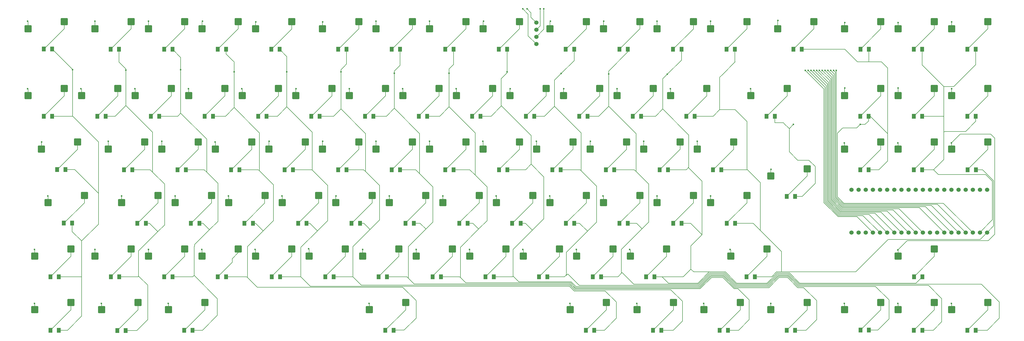
<source format=gbl>
G04 #@! TF.GenerationSoftware,KiCad,Pcbnew,8.0.6*
G04 #@! TF.CreationDate,2024-12-17T01:06:02+01:00*
G04 #@! TF.ProjectId,wxKeyboard,77784b65-7962-46f6-9172-642e6b696361,rev?*
G04 #@! TF.SameCoordinates,Original*
G04 #@! TF.FileFunction,Copper,L2,Bot*
G04 #@! TF.FilePolarity,Positive*
%FSLAX46Y46*%
G04 Gerber Fmt 4.6, Leading zero omitted, Abs format (unit mm)*
G04 Created by KiCad (PCBNEW 8.0.6) date 2024-12-17 01:06:02*
%MOMM*%
%LPD*%
G01*
G04 APERTURE LIST*
G04 Aperture macros list*
%AMRoundRect*
0 Rectangle with rounded corners*
0 $1 Rounding radius*
0 $2 $3 $4 $5 $6 $7 $8 $9 X,Y pos of 4 corners*
0 Add a 4 corners polygon primitive as box body*
4,1,4,$2,$3,$4,$5,$6,$7,$8,$9,$2,$3,0*
0 Add four circle primitives for the rounded corners*
1,1,$1+$1,$2,$3*
1,1,$1+$1,$4,$5*
1,1,$1+$1,$6,$7*
1,1,$1+$1,$8,$9*
0 Add four rect primitives between the rounded corners*
20,1,$1+$1,$2,$3,$4,$5,0*
20,1,$1+$1,$4,$5,$6,$7,0*
20,1,$1+$1,$6,$7,$8,$9,0*
20,1,$1+$1,$8,$9,$2,$3,0*%
G04 Aperture macros list end*
G04 #@! TA.AperFunction,SMDPad,CuDef*
%ADD10RoundRect,0.250000X-1.025000X-1.000000X1.025000X-1.000000X1.025000X1.000000X-1.025000X1.000000X0*%
G04 #@! TD*
G04 #@! TA.AperFunction,ComponentPad*
%ADD11C,1.524000*%
G04 #@! TD*
G04 #@! TA.AperFunction,SMDPad,CuDef*
%ADD12RoundRect,0.250001X0.462499X0.624999X-0.462499X0.624999X-0.462499X-0.624999X0.462499X-0.624999X0*%
G04 #@! TD*
G04 #@! TA.AperFunction,ViaPad*
%ADD13C,0.600000*%
G04 #@! TD*
G04 #@! TA.AperFunction,Conductor*
%ADD14C,0.200000*%
G04 #@! TD*
G04 APERTURE END LIST*
D10*
X419158750Y-423703750D03*
X432085750Y-421163750D03*
X507265000Y-366553750D03*
X520192000Y-364013750D03*
X373882500Y-404653750D03*
X386809500Y-402113750D03*
X469165000Y-323691250D03*
X482092000Y-321151250D03*
X364390000Y-385603750D03*
X377317000Y-383063750D03*
X283427500Y-323691250D03*
X296354500Y-321151250D03*
X421540000Y-323691250D03*
X434467000Y-321151250D03*
X507265000Y-323691250D03*
X520192000Y-321151250D03*
X402490000Y-385603750D03*
X415417000Y-383063750D03*
X185796250Y-385603750D03*
X198723250Y-383063750D03*
X259615000Y-404653750D03*
X272542000Y-402113750D03*
X259615000Y-323691250D03*
X272542000Y-321151250D03*
X278665000Y-404653750D03*
X291592000Y-402113750D03*
X221515000Y-404653750D03*
X234442000Y-402113750D03*
X235802500Y-347503750D03*
X248729500Y-344963750D03*
X288190000Y-385603750D03*
X301117000Y-383063750D03*
X445352500Y-323691250D03*
X458279500Y-321151250D03*
X321527500Y-323691250D03*
X334454500Y-321151250D03*
X228658750Y-423703750D03*
X241585750Y-421163750D03*
X340577500Y-323691250D03*
X353504500Y-321151250D03*
X371533750Y-423703750D03*
X384460750Y-421163750D03*
X340577500Y-366553750D03*
X353504500Y-364013750D03*
X202465000Y-404653750D03*
X215392000Y-402113750D03*
X488215000Y-323691250D03*
X501142000Y-321151250D03*
X283427500Y-366553750D03*
X296354500Y-364013750D03*
X264377500Y-366553750D03*
X277304500Y-364013750D03*
X211990000Y-385603750D03*
X224917000Y-383063750D03*
X178652500Y-323691250D03*
X191579500Y-321151250D03*
X383440000Y-323691250D03*
X396367000Y-321151250D03*
X202465000Y-323691250D03*
X215392000Y-321151250D03*
X326290000Y-385603750D03*
X339217000Y-383063750D03*
X312002500Y-347503750D03*
X324929500Y-344963750D03*
X354865000Y-404653750D03*
X367792000Y-402113750D03*
X488215000Y-423703750D03*
X501142000Y-421163750D03*
X181033750Y-404653750D03*
X193960750Y-402113750D03*
X240565000Y-323691250D03*
X253492000Y-321151250D03*
X302477500Y-366553750D03*
X315404500Y-364013750D03*
X302477500Y-323691250D03*
X315404500Y-321151250D03*
X331052500Y-347503750D03*
X343979500Y-344963750D03*
X397727500Y-366553750D03*
X410654500Y-364013750D03*
X240565000Y-404653750D03*
X253492000Y-402113750D03*
X226277500Y-366553750D03*
X239204500Y-364013750D03*
X254852500Y-347503750D03*
X267779500Y-344963750D03*
X183415000Y-366553750D03*
X196342000Y-364013750D03*
X435827500Y-347503750D03*
X448754500Y-344963750D03*
X181033750Y-423703750D03*
X193960750Y-421163750D03*
X442971250Y-376078750D03*
X455898250Y-373538750D03*
X292952500Y-347503750D03*
X305879500Y-344963750D03*
X469165000Y-347503750D03*
X482092000Y-344963750D03*
X316765000Y-404653750D03*
X329692000Y-402113750D03*
X245327500Y-366553750D03*
X258254500Y-364013750D03*
X407252500Y-347503750D03*
X420179500Y-344963750D03*
X273902500Y-347503750D03*
X286829500Y-344963750D03*
X204846250Y-423703750D03*
X217773250Y-421163750D03*
X507265000Y-347503750D03*
X520192000Y-344963750D03*
X369152500Y-347503750D03*
X382079500Y-344963750D03*
X216752500Y-347503750D03*
X229679500Y-344963750D03*
X383440000Y-385603750D03*
X396367000Y-383063750D03*
X442971250Y-423703750D03*
X455898250Y-421163750D03*
X428683750Y-404653750D03*
X441610750Y-402113750D03*
X488215000Y-404653750D03*
X501142000Y-402113750D03*
X335815000Y-404653750D03*
X348742000Y-402113750D03*
X421540000Y-385603750D03*
X434467000Y-383063750D03*
X469165000Y-366553750D03*
X482092000Y-364013750D03*
X488215000Y-366553750D03*
X501142000Y-364013750D03*
X359632500Y-366553750D03*
X372559500Y-364013750D03*
X307240000Y-385603750D03*
X320167000Y-383063750D03*
X392965000Y-404653750D03*
X405892000Y-402113750D03*
X250090000Y-385603750D03*
X263017000Y-383063750D03*
X300096250Y-423703750D03*
X313023250Y-421163750D03*
X345340000Y-385603750D03*
X358267000Y-383063750D03*
X269140000Y-385603750D03*
X282067000Y-383063750D03*
X469165000Y-423703750D03*
X482092000Y-421163750D03*
X416777500Y-366553750D03*
X429704500Y-364013750D03*
X402490000Y-323691250D03*
X415417000Y-321151250D03*
X321527500Y-366553750D03*
X334454500Y-364013750D03*
D11*
X359500000Y-321500000D03*
X359500000Y-324040000D03*
X359500000Y-326580000D03*
X359500000Y-329120000D03*
D10*
X197702500Y-347503750D03*
X210629500Y-344963750D03*
X178652500Y-347503750D03*
X191579500Y-344963750D03*
X207227500Y-366553750D03*
X220154500Y-364013750D03*
X221515000Y-323691250D03*
X234442000Y-321151250D03*
X378677500Y-366553750D03*
X391604500Y-364013750D03*
X388202500Y-347503750D03*
X401129500Y-344963750D03*
X488215000Y-347503750D03*
X501142000Y-344963750D03*
X297715000Y-404653750D03*
X310642000Y-402113750D03*
X364390000Y-323691250D03*
X377317000Y-321151250D03*
X507265000Y-423703750D03*
X520192000Y-421163750D03*
X395346250Y-423703750D03*
X408273250Y-421163750D03*
X350102500Y-347503750D03*
X363029500Y-344963750D03*
X231040000Y-385603750D03*
X243967000Y-383063750D03*
D12*
X239620000Y-392906250D03*
X236645000Y-392906250D03*
X230087500Y-330993750D03*
X227112500Y-330993750D03*
X249137500Y-411956250D03*
X246162500Y-411956250D03*
X387250000Y-373856250D03*
X384275000Y-373856250D03*
X430157500Y-330993750D03*
X427182500Y-330993750D03*
X320700000Y-354806250D03*
X317725000Y-354806250D03*
X515837500Y-431006250D03*
X512862500Y-431006250D03*
X401537500Y-411956250D03*
X398562500Y-411956250D03*
X187225000Y-354806250D03*
X184250000Y-354806250D03*
X380106250Y-431006250D03*
X377131250Y-431006250D03*
X368207500Y-373856250D03*
X365232500Y-373856250D03*
X213390000Y-431090000D03*
X210415000Y-431090000D03*
X415825000Y-354806250D03*
X412850000Y-354806250D03*
X496847500Y-411956250D03*
X493872500Y-411956250D03*
X237231250Y-431006250D03*
X234256250Y-431006250D03*
X325580000Y-411956250D03*
X322605000Y-411956250D03*
X230087500Y-411956250D03*
X227112500Y-411956250D03*
X211160000Y-411956250D03*
X208185000Y-411956250D03*
X477737500Y-373856250D03*
X474762500Y-373856250D03*
X496787500Y-330993750D03*
X493812500Y-330993750D03*
X268350000Y-411956250D03*
X265375000Y-411956250D03*
X189606250Y-411956250D03*
X186631250Y-411956250D03*
X330100000Y-330993750D03*
X327125000Y-330993750D03*
X277750000Y-392906250D03*
X274775000Y-392906250D03*
X330100000Y-373856250D03*
X327125000Y-373856250D03*
X373015000Y-392906250D03*
X370040000Y-392906250D03*
X315910000Y-392906250D03*
X312935000Y-392906250D03*
X515837500Y-330990000D03*
X512862500Y-330990000D03*
X335090000Y-392906250D03*
X332115000Y-392906250D03*
X211037500Y-330993750D03*
X208062500Y-330993750D03*
X268187500Y-330993750D03*
X265212500Y-330993750D03*
X477790000Y-431000000D03*
X474815000Y-431000000D03*
X403970000Y-431006250D03*
X400995000Y-431006250D03*
X496787500Y-373856250D03*
X493812500Y-373856250D03*
X306400000Y-411956250D03*
X303425000Y-411956250D03*
X244450000Y-354806250D03*
X241475000Y-354806250D03*
X194368750Y-392860000D03*
X191393750Y-392860000D03*
X353912500Y-392906250D03*
X350937500Y-392906250D03*
X515905000Y-373856250D03*
X512930000Y-373856250D03*
X344387500Y-411956250D03*
X341412500Y-411956250D03*
X215800000Y-373856250D03*
X212825000Y-373856250D03*
X258662500Y-392906250D03*
X255687500Y-392906250D03*
X272950000Y-373856250D03*
X269975000Y-373856250D03*
X496830000Y-431006250D03*
X493855000Y-431006250D03*
X287420000Y-411956250D03*
X284445000Y-411956250D03*
X430275000Y-392906250D03*
X427300000Y-392906250D03*
X349240000Y-373856250D03*
X346265000Y-373856250D03*
X189606250Y-431006250D03*
X186631250Y-431006250D03*
X392085000Y-330993750D03*
X389110000Y-330993750D03*
X225325000Y-354806250D03*
X222350000Y-354806250D03*
X406337500Y-373856250D03*
X403362500Y-373856250D03*
X308770000Y-431006250D03*
X305795000Y-431006250D03*
X411177500Y-392906250D03*
X408202500Y-392906250D03*
X296762500Y-392906250D03*
X293787500Y-392906250D03*
X311050000Y-330993750D03*
X308075000Y-330993750D03*
X515837500Y-354806250D03*
X512862500Y-354806250D03*
X311050000Y-373856250D03*
X308075000Y-373856250D03*
X282450000Y-354806250D03*
X279475000Y-354806250D03*
X392085000Y-392906250D03*
X389110000Y-392906250D03*
X292000000Y-330993750D03*
X289025000Y-330993750D03*
X363437500Y-411956250D03*
X360462500Y-411956250D03*
X358785000Y-354806250D03*
X355810000Y-354806250D03*
X396785000Y-354806250D03*
X393810000Y-354806250D03*
X377737500Y-354806250D03*
X374762500Y-354806250D03*
X339625000Y-354806250D03*
X336650000Y-354806250D03*
X427731250Y-431006250D03*
X424756250Y-431006250D03*
X477737500Y-354806250D03*
X474762500Y-354806250D03*
X382545000Y-411956250D03*
X379570000Y-411956250D03*
X292000000Y-373856250D03*
X289025000Y-373856250D03*
X220562500Y-392906250D03*
X217587500Y-392906250D03*
X453925000Y-330993750D03*
X450950000Y-330993750D03*
X206275000Y-354806250D03*
X203300000Y-354806250D03*
X425350000Y-373856250D03*
X422375000Y-373856250D03*
X444400000Y-354806250D03*
X441425000Y-354806250D03*
X249137500Y-330993750D03*
X246162500Y-330993750D03*
X187267500Y-330910000D03*
X184292500Y-330910000D03*
X411155000Y-330993750D03*
X408180000Y-330993750D03*
X191987500Y-373820000D03*
X189012500Y-373820000D03*
X253900000Y-373856250D03*
X250925000Y-373856250D03*
X349150000Y-330993750D03*
X346175000Y-330993750D03*
X477825000Y-330993750D03*
X474850000Y-330993750D03*
D11*
X519880000Y-396240000D03*
X517340000Y-396240000D03*
X514800000Y-396240000D03*
X512260000Y-396240000D03*
X509720000Y-396240000D03*
X507180000Y-396240000D03*
X504640000Y-396240000D03*
X502100000Y-396240000D03*
X499560000Y-396240000D03*
X497020000Y-396240000D03*
X494480000Y-396240000D03*
X491940000Y-396240000D03*
X489400000Y-396240000D03*
X486860000Y-396240000D03*
X484320000Y-396240000D03*
X481780000Y-396240000D03*
X479240000Y-396240000D03*
X476700000Y-396240000D03*
X474160000Y-396240000D03*
X471620000Y-396240000D03*
X519880000Y-381000000D03*
X517340000Y-381000000D03*
X514800000Y-381000000D03*
X512260000Y-381000000D03*
X509720000Y-381000000D03*
X507180000Y-381000000D03*
X504640000Y-381000000D03*
X502100000Y-381000000D03*
X499560000Y-381000000D03*
X497020000Y-381000000D03*
X494480000Y-381000000D03*
X491940000Y-381000000D03*
X489400000Y-381000000D03*
X486860000Y-381000000D03*
X484320000Y-381000000D03*
X481780000Y-381000000D03*
X479240000Y-381000000D03*
X476700000Y-381000000D03*
X474160000Y-381000000D03*
X471620000Y-381000000D03*
D12*
X451543750Y-383381250D03*
X448568750Y-383381250D03*
X301525000Y-354806250D03*
X298550000Y-354806250D03*
X372962500Y-330993750D03*
X369987500Y-330993750D03*
X451570000Y-431006250D03*
X448595000Y-431006250D03*
X234850000Y-373856250D03*
X231875000Y-373856250D03*
X496787500Y-354806250D03*
X493812500Y-354806250D03*
X437277500Y-411956250D03*
X434302500Y-411956250D03*
X263520000Y-354806250D03*
X260545000Y-354806250D03*
D13*
X194500000Y-338250000D03*
X466250000Y-338500000D03*
X465250000Y-338500000D03*
X213500000Y-338440000D03*
X233000000Y-338250000D03*
X464250000Y-338500000D03*
X252000000Y-339000000D03*
X463250000Y-338513952D03*
X462250000Y-338500000D03*
X270750000Y-339000000D03*
X290000000Y-339000000D03*
X461250000Y-338500002D03*
X460250000Y-338500000D03*
X309000000Y-339500000D03*
X328500000Y-339500000D03*
X459250002Y-338500000D03*
X458250000Y-338500000D03*
X349150000Y-339000000D03*
X368375000Y-339625000D03*
X457250000Y-338500000D03*
X456249998Y-338500000D03*
X385250000Y-339750000D03*
X406125000Y-339875000D03*
X455249998Y-338500000D03*
X474750000Y-357750000D03*
X451000000Y-357750000D03*
X507206250Y-364331250D03*
X507206250Y-421481250D03*
X469106250Y-421481250D03*
X395287500Y-421481250D03*
X488156250Y-402431250D03*
X469106250Y-364331250D03*
X300037500Y-421481250D03*
X228600000Y-421481250D03*
X204787500Y-421481250D03*
X419100000Y-421481250D03*
X442912500Y-421481250D03*
X488156250Y-421481250D03*
X488156250Y-364331250D03*
X180975000Y-421481250D03*
X371475000Y-421481250D03*
X297750000Y-402250000D03*
X335750000Y-402250000D03*
X316750000Y-402250000D03*
X488250000Y-321500000D03*
X202500000Y-402250000D03*
X278499998Y-402000000D03*
X373750000Y-402250000D03*
X469250000Y-321500000D03*
X428500000Y-402250000D03*
X392750000Y-402250000D03*
X259500000Y-402250000D03*
X181000000Y-402250000D03*
X221500000Y-402250000D03*
X240500000Y-402250000D03*
X354750000Y-402250000D03*
X402500000Y-383250000D03*
X345250000Y-383250000D03*
X307250000Y-383250000D03*
X212000000Y-383250000D03*
X326250000Y-383250000D03*
X288250000Y-383250000D03*
X364250000Y-383250000D03*
X421500000Y-383250000D03*
X443000000Y-373750000D03*
X269000000Y-383250000D03*
X250000000Y-383250000D03*
X231000000Y-383250000D03*
X383250000Y-383250000D03*
X185750000Y-383250000D03*
X183500000Y-364000000D03*
X488250000Y-344750000D03*
X469250000Y-344750000D03*
X245250000Y-364000000D03*
X359500000Y-363750000D03*
X283500000Y-363750000D03*
X264500000Y-363750000D03*
X207250000Y-363750000D03*
X340500000Y-363750000D03*
X302500000Y-363750000D03*
X378750000Y-363750000D03*
X397750000Y-363750000D03*
X321500000Y-363750000D03*
X416750000Y-363750000D03*
X226250000Y-363750000D03*
X197500000Y-345000000D03*
X235750000Y-345000000D03*
X293000000Y-345000000D03*
X388250000Y-345000000D03*
X331000000Y-345000000D03*
X274000000Y-345000000D03*
X369250000Y-345000000D03*
X312000000Y-345000000D03*
X350250000Y-345000000D03*
X407250000Y-345000000D03*
X178500000Y-345000000D03*
X216750000Y-345000000D03*
X254750000Y-345000000D03*
X507250000Y-345000000D03*
X435750000Y-345000000D03*
X178500000Y-321000000D03*
X383500000Y-321000000D03*
X340750000Y-321000000D03*
X421500000Y-321000000D03*
X402500000Y-321000000D03*
X283500000Y-321250000D03*
X259750000Y-321250000D03*
X507250000Y-321250000D03*
X321500000Y-321000000D03*
X364500000Y-321000000D03*
X221500000Y-321000000D03*
X445500000Y-320750000D03*
X240750000Y-321000000D03*
X302500000Y-321000000D03*
X202500000Y-321000000D03*
X354700000Y-316600000D03*
X362200000Y-316600000D03*
X360900000Y-316600000D03*
X356200000Y-316600000D03*
D14*
X349240000Y-373856250D02*
X355743750Y-373856250D01*
X355743750Y-373856250D02*
X357700000Y-371900000D01*
X358125000Y-395375000D02*
X362200000Y-391300000D01*
X362200000Y-391300000D02*
X362200000Y-376400000D01*
X357700000Y-371900000D02*
X357700000Y-361700000D01*
X362200000Y-376400000D02*
X357700000Y-371900000D01*
X357700000Y-361700000D02*
X347125000Y-351125000D01*
X194500000Y-354750000D02*
X194500000Y-338250000D01*
X197750000Y-399250000D02*
X203750000Y-393250000D01*
X466250000Y-383727454D02*
X468722546Y-386200000D01*
X194500000Y-338142500D02*
X194500000Y-338250000D01*
X197706250Y-411956250D02*
X197750000Y-412000000D01*
X194368750Y-392860000D02*
X194368750Y-395868750D01*
X192743750Y-431006250D02*
X197750000Y-426000000D01*
X502220000Y-386200000D02*
X512260000Y-396240000D01*
X197750000Y-412000000D02*
X197750000Y-399250000D01*
X203750000Y-393250000D02*
X203750000Y-382250000D01*
X194368750Y-395868750D02*
X197750000Y-399250000D01*
X203750000Y-364000000D02*
X194500000Y-354750000D01*
X203750000Y-382250000D02*
X203750000Y-364000000D01*
X187225000Y-354806250D02*
X194443750Y-354806250D01*
X194443750Y-354806250D02*
X194500000Y-354750000D01*
X466250000Y-338500000D02*
X466250000Y-383727454D01*
X189606250Y-431006250D02*
X192743750Y-431006250D01*
X187267500Y-330910000D02*
X194500000Y-338142500D01*
X195320000Y-373820000D02*
X203750000Y-382250000D01*
X468722546Y-386200000D02*
X502220000Y-386200000D01*
X189606250Y-411956250D02*
X197706250Y-411956250D01*
X197750000Y-426000000D02*
X197750000Y-412000000D01*
X191987500Y-373820000D02*
X195320000Y-373820000D01*
X193960750Y-421163750D02*
X193960750Y-423725152D01*
X193960750Y-423725152D02*
X186679652Y-431006250D01*
X186679652Y-431006250D02*
X186631250Y-431006250D01*
X186679652Y-411956250D02*
X186631250Y-411956250D01*
X193960750Y-404675152D02*
X186679652Y-411956250D01*
X193960750Y-402113750D02*
X193960750Y-404675152D01*
X191512588Y-392860000D02*
X191393750Y-392860000D01*
X198723250Y-383063750D02*
X198723250Y-385649338D01*
X198723250Y-385649338D02*
X191512588Y-392860000D01*
X196342000Y-366575152D02*
X189097152Y-373820000D01*
X189097152Y-373820000D02*
X189012500Y-373820000D01*
X196342000Y-364013750D02*
X196342000Y-366575152D01*
X191579500Y-347525152D02*
X184298402Y-354806250D01*
X191579500Y-344963750D02*
X191579500Y-347525152D01*
X184298402Y-354806250D02*
X184250000Y-354806250D01*
X191579500Y-323712652D02*
X184382152Y-330910000D01*
X184382152Y-330910000D02*
X184292500Y-330910000D01*
X191579500Y-321151250D02*
X191579500Y-323712652D01*
X217773250Y-423731750D02*
X210415000Y-431090000D01*
X217773250Y-421163750D02*
X217773250Y-423731750D01*
X224875000Y-395875000D02*
X218000000Y-402750000D01*
X465850000Y-339100000D02*
X465850000Y-383893140D01*
X206275000Y-354806250D02*
X209693750Y-354806250D01*
X223000000Y-360500000D02*
X223000000Y-374750000D01*
X227250000Y-393500000D02*
X224875000Y-395875000D01*
X221250000Y-427250000D02*
X217410000Y-431090000D01*
X223000000Y-374750000D02*
X227250000Y-379000000D01*
X220562500Y-392906250D02*
X221906250Y-392906250D01*
X211160000Y-411956250D02*
X217793750Y-411956250D01*
X221906250Y-392906250D02*
X224875000Y-395875000D01*
X222106250Y-373856250D02*
X223000000Y-374750000D01*
X218250000Y-412000000D02*
X221250000Y-415000000D01*
X213500000Y-338440000D02*
X213500000Y-351000000D01*
X217793750Y-411956250D02*
X218000000Y-411750000D01*
X211037500Y-333620000D02*
X211037500Y-333710000D01*
X465250000Y-338500000D02*
X465850000Y-339100000D01*
X227250000Y-379000000D02*
X227250000Y-393500000D01*
X217410000Y-431090000D02*
X213390000Y-431090000D01*
X213500000Y-338000000D02*
X213500000Y-338440000D01*
X211037500Y-334250000D02*
X211037500Y-335537500D01*
X211037500Y-333710000D02*
X211037500Y-334250000D01*
X468556860Y-386600000D02*
X500080000Y-386600000D01*
X213500000Y-351000000D02*
X223000000Y-360500000D01*
X218000000Y-411750000D02*
X218250000Y-412000000D01*
X209693750Y-354806250D02*
X213500000Y-351000000D01*
X221250000Y-415000000D02*
X221250000Y-427250000D01*
X211037500Y-330993750D02*
X211037500Y-333620000D01*
X211037500Y-335537500D02*
X213500000Y-338000000D01*
X215800000Y-373856250D02*
X222106250Y-373856250D01*
X218000000Y-402750000D02*
X218000000Y-411750000D01*
X465850000Y-383893140D02*
X468556860Y-386600000D01*
X500080000Y-386600000D02*
X509720000Y-396240000D01*
X215392000Y-402113750D02*
X215392000Y-404675152D01*
X208185000Y-411882152D02*
X208185000Y-411956250D01*
X215392000Y-404675152D02*
X208185000Y-411882152D01*
X224917000Y-385625152D02*
X217635902Y-392906250D01*
X217635902Y-392906250D02*
X217587500Y-392906250D01*
X224917000Y-383063750D02*
X224917000Y-385625152D01*
X220154500Y-364013750D02*
X220154500Y-366575152D01*
X212873402Y-373856250D02*
X212825000Y-373856250D01*
X220154500Y-366575152D02*
X212873402Y-373856250D01*
X210629500Y-344963750D02*
X210629500Y-347549338D01*
X210629500Y-347549338D02*
X203372588Y-354806250D01*
X203372588Y-354806250D02*
X203300000Y-354806250D01*
X215392000Y-321151250D02*
X215392000Y-323712652D01*
X208110902Y-330993750D02*
X208062500Y-330993750D01*
X215392000Y-323712652D02*
X208110902Y-330993750D01*
X234304652Y-431006250D02*
X234256250Y-431006250D01*
X241585750Y-423725152D02*
X234304652Y-431006250D01*
X241585750Y-421163750D02*
X241585750Y-423725152D01*
X233000000Y-335000000D02*
X233000000Y-334840000D01*
X237231250Y-431006250D02*
X240743750Y-431006250D01*
X237293750Y-411956250D02*
X237750000Y-411500000D01*
X246000000Y-425750000D02*
X246000000Y-419750000D01*
X233000000Y-334840000D02*
X233000000Y-334240000D01*
X230087500Y-411956250D02*
X237293750Y-411956250D01*
X225325000Y-354806250D02*
X231943750Y-354806250D01*
X497940000Y-387000000D02*
X507180000Y-396240000D01*
X233000000Y-353750000D02*
X233000000Y-338250000D01*
X465450000Y-384058826D02*
X468391174Y-387000000D01*
X237750000Y-411500000D02*
X237750000Y-401250000D01*
X468391174Y-387000000D02*
X497940000Y-387000000D01*
X465450000Y-339700000D02*
X465450000Y-384058826D01*
X239620000Y-392906250D02*
X240906250Y-392906250D01*
X233000000Y-338250000D02*
X233000000Y-335000000D01*
X233000000Y-333906250D02*
X230087500Y-330993750D01*
X238000000Y-401000000D02*
X238000000Y-400500000D01*
X238000000Y-400500000D02*
X243250000Y-395250000D01*
X233000000Y-334240000D02*
X233000000Y-333906250D01*
X240743750Y-431006250D02*
X246000000Y-425750000D01*
X246000000Y-419750000D02*
X237750000Y-411500000D01*
X231943750Y-354806250D02*
X233000000Y-353750000D01*
X464250000Y-338500000D02*
X465450000Y-339700000D01*
X240906250Y-392906250D02*
X243250000Y-395250000D01*
X237750000Y-401250000D02*
X238000000Y-401000000D01*
X227160902Y-411956250D02*
X227112500Y-411956250D01*
X234442000Y-404675152D02*
X227160902Y-411956250D01*
X234442000Y-402113750D02*
X234442000Y-404675152D01*
X236685902Y-392906250D02*
X236645000Y-392906250D01*
X243967000Y-385625152D02*
X236685902Y-392906250D01*
X243967000Y-383063750D02*
X243967000Y-385625152D01*
X239204500Y-366575152D02*
X231923402Y-373856250D01*
X239204500Y-364013750D02*
X239204500Y-366575152D01*
X231923402Y-373856250D02*
X231875000Y-373856250D01*
X222398402Y-354806250D02*
X222350000Y-354806250D01*
X229679500Y-347525152D02*
X222398402Y-354806250D01*
X229679500Y-344963750D02*
X229679500Y-347525152D01*
X234442000Y-323712652D02*
X227160902Y-330993750D01*
X227160902Y-330993750D02*
X227112500Y-330993750D01*
X234442000Y-321151250D02*
X234442000Y-323712652D01*
X465050000Y-340313952D02*
X465050000Y-384224512D01*
X312000000Y-415750000D02*
X316750000Y-420500000D01*
X252000000Y-335750000D02*
X252000000Y-339000000D01*
X252000000Y-335500000D02*
X252000000Y-335750000D01*
X259656250Y-392906250D02*
X262375000Y-395625000D01*
X260606250Y-373856250D02*
X261000000Y-374250000D01*
X251350000Y-334850000D02*
X252000000Y-335500000D01*
X463250000Y-338513952D02*
X465050000Y-340313952D01*
X309482499Y-431006250D02*
X308770000Y-431006250D01*
X309488749Y-431000000D02*
X309482499Y-431006250D01*
X256750000Y-401250000D02*
X256750000Y-412250000D01*
X316750000Y-426750000D02*
X312500000Y-431000000D01*
X266000000Y-392000000D02*
X262375000Y-395625000D01*
X266000000Y-379250000D02*
X266000000Y-392000000D01*
X258662500Y-392906250D02*
X259656250Y-392906250D01*
X312500000Y-431000000D02*
X309488749Y-431000000D01*
X249137500Y-330993750D02*
X249137500Y-332637500D01*
X244450000Y-354806250D02*
X248943750Y-354806250D01*
X468225488Y-387400000D02*
X495800000Y-387400000D01*
X249137500Y-411956250D02*
X256456250Y-411956250D01*
X260250000Y-415750000D02*
X312000000Y-415750000D01*
X261000000Y-360750000D02*
X261000000Y-374250000D01*
X465050000Y-384224512D02*
X468225488Y-387400000D01*
X316750000Y-420500000D02*
X316750000Y-426750000D01*
X256456250Y-411956250D02*
X256750000Y-412250000D01*
X252000000Y-339000000D02*
X252000000Y-351750000D01*
X261000000Y-374250000D02*
X266000000Y-379250000D01*
X253900000Y-373856250D02*
X260606250Y-373856250D01*
X262375000Y-395625000D02*
X256750000Y-401250000D01*
X249137500Y-332637500D02*
X251350000Y-334850000D01*
X248943750Y-354806250D02*
X252000000Y-351750000D01*
X252000000Y-351750000D02*
X261000000Y-360750000D01*
X495800000Y-387400000D02*
X504640000Y-396240000D01*
X256750000Y-412250000D02*
X260250000Y-415750000D01*
X305795000Y-430953402D02*
X305795000Y-431006250D01*
X313023250Y-423725152D02*
X305795000Y-430953402D01*
X313023250Y-421163750D02*
X313023250Y-423725152D01*
X246210902Y-411956250D02*
X246162500Y-411956250D01*
X251323701Y-406843451D02*
X246210902Y-411956250D01*
X251323701Y-405532049D02*
X251323701Y-406843451D01*
X253492000Y-403363750D02*
X251323701Y-405532049D01*
X253492000Y-402113750D02*
X253492000Y-403363750D01*
X262850000Y-385792152D02*
X255735902Y-392906250D01*
X262850000Y-383230750D02*
X262850000Y-385792152D01*
X263017000Y-383063750D02*
X262850000Y-383230750D01*
X255735902Y-392906250D02*
X255687500Y-392906250D01*
X258254500Y-364013750D02*
X258254500Y-366575152D01*
X258254500Y-366575152D02*
X250973402Y-373856250D01*
X250973402Y-373856250D02*
X250925000Y-373856250D01*
X241475000Y-354779652D02*
X241475000Y-354806250D01*
X248729500Y-347525152D02*
X241475000Y-354779652D01*
X248729500Y-344963750D02*
X248729500Y-347525152D01*
X253492000Y-321151250D02*
X253492000Y-323712652D01*
X253492000Y-323712652D02*
X246210902Y-330993750D01*
X246210902Y-330993750D02*
X246162500Y-330993750D01*
X275750000Y-401500000D02*
X281625000Y-395625000D01*
X388000000Y-421000000D02*
X384050000Y-417050000D01*
X275706250Y-411956250D02*
X275750000Y-412000000D01*
X279100000Y-415350000D02*
X275750000Y-412000000D01*
X267443750Y-354806250D02*
X270750000Y-351500000D01*
X275750000Y-412000000D02*
X275750000Y-401500000D01*
X270750000Y-335450000D02*
X270750000Y-333556250D01*
X464650000Y-384390198D02*
X468059802Y-387800000D01*
X468059802Y-387800000D02*
X488580000Y-387800000D01*
X277750000Y-392906250D02*
X278906250Y-392906250D01*
X285250000Y-392000000D02*
X285250000Y-379500000D01*
X268350000Y-411956250D02*
X275706250Y-411956250D01*
X464650000Y-340900000D02*
X464650000Y-384390198D01*
X279750000Y-374000000D02*
X279750000Y-360500000D01*
X270750000Y-333556250D02*
X268187500Y-330993750D01*
X388000000Y-426750000D02*
X388000000Y-421000000D01*
X270750000Y-351500000D02*
X270750000Y-339000000D01*
X270750000Y-339000000D02*
X270750000Y-336500000D01*
X272950000Y-373856250D02*
X279606250Y-373856250D01*
X372971570Y-417050000D02*
X371271570Y-415350000D01*
X371271570Y-415350000D02*
X279100000Y-415350000D01*
X488580000Y-387800000D02*
X497020000Y-396240000D01*
X270750000Y-336500000D02*
X270750000Y-335450000D01*
X279606250Y-373856250D02*
X279750000Y-374000000D01*
X462250000Y-338500000D02*
X464650000Y-340900000D01*
X383743750Y-431006250D02*
X388000000Y-426750000D01*
X380106250Y-431006250D02*
X383743750Y-431006250D01*
X281625000Y-395625000D02*
X285250000Y-392000000D01*
X384050000Y-417050000D02*
X372971570Y-417050000D01*
X278906250Y-392906250D02*
X281625000Y-395625000D01*
X285250000Y-379500000D02*
X279750000Y-374000000D01*
X279750000Y-360500000D02*
X270750000Y-351500000D01*
X263520000Y-354806250D02*
X267443750Y-354806250D01*
X384460750Y-421163750D02*
X384460750Y-423725152D01*
X377179652Y-431006250D02*
X377131250Y-431006250D01*
X384460750Y-423725152D02*
X377179652Y-431006250D01*
X265375000Y-411842152D02*
X265375000Y-411956250D01*
X272542000Y-402113750D02*
X272542000Y-404675152D01*
X272542000Y-404675152D02*
X265375000Y-411842152D01*
X282067000Y-385649338D02*
X274810088Y-392906250D01*
X274810088Y-392906250D02*
X274775000Y-392906250D01*
X282067000Y-383063750D02*
X282067000Y-385649338D01*
X277304500Y-364013750D02*
X277304500Y-366575152D01*
X277304500Y-366575152D02*
X270023402Y-373856250D01*
X270023402Y-373856250D02*
X269975000Y-373856250D01*
X260545000Y-354759652D02*
X260545000Y-354806250D01*
X267779500Y-344963750D02*
X267779500Y-347525152D01*
X267779500Y-347525152D02*
X260545000Y-354759652D01*
X265285088Y-330993750D02*
X265212500Y-330993750D01*
X272542000Y-323736838D02*
X265285088Y-330993750D01*
X272542000Y-321151250D02*
X272542000Y-323736838D01*
X408273250Y-421163750D02*
X408273250Y-423728000D01*
X408273250Y-423728000D02*
X400995000Y-431006250D01*
X467894116Y-388200000D02*
X486440000Y-388200000D01*
X303750000Y-391750000D02*
X303750000Y-379500000D01*
X298750000Y-374500000D02*
X298750000Y-361000000D01*
X297200000Y-414950000D02*
X294250000Y-412000000D01*
X464250000Y-341500002D02*
X464250000Y-384555884D01*
X298156250Y-392906250D02*
X300375000Y-395125000D01*
X298106250Y-373856250D02*
X298750000Y-374500000D01*
X300375000Y-395125000D02*
X303750000Y-391750000D01*
X287443750Y-354806250D02*
X290000000Y-352250000D01*
X292000000Y-373856250D02*
X298106250Y-373856250D01*
X408243750Y-431006250D02*
X411500000Y-427750000D01*
X371437256Y-414950000D02*
X297200000Y-414950000D01*
X411500000Y-420750000D02*
X407400000Y-416650000D01*
X287420000Y-411956250D02*
X294206250Y-411956250D01*
X292000000Y-336050000D02*
X292000000Y-330993750D01*
X461250000Y-338500002D02*
X464250000Y-341500002D01*
X373137256Y-416650000D02*
X371437256Y-414950000D01*
X298750000Y-361000000D02*
X290000000Y-352250000D01*
X403970000Y-431006250D02*
X408243750Y-431006250D01*
X464250000Y-384555884D02*
X467894116Y-388200000D01*
X290000000Y-339000000D02*
X290000000Y-338250000D01*
X294250000Y-412000000D02*
X294250000Y-401250000D01*
X303750000Y-379500000D02*
X298750000Y-374500000D01*
X282450000Y-354806250D02*
X287443750Y-354806250D01*
X411500000Y-427750000D02*
X411500000Y-420750000D01*
X290000000Y-338250000D02*
X291125000Y-337125000D01*
X294250000Y-401250000D02*
X300375000Y-395125000D01*
X290000000Y-352250000D02*
X290000000Y-339000000D01*
X296762500Y-392906250D02*
X298156250Y-392906250D01*
X461250000Y-338500002D02*
X461250000Y-338578430D01*
X294206250Y-411956250D02*
X294250000Y-412000000D01*
X407400000Y-416650000D02*
X373137256Y-416650000D01*
X486440000Y-388200000D02*
X494480000Y-396240000D01*
X292000000Y-336250000D02*
X292000000Y-336050000D01*
X291125000Y-337125000D02*
X292000000Y-336250000D01*
X291592000Y-404675152D02*
X284445000Y-411822152D01*
X284445000Y-411822152D02*
X284445000Y-411956250D01*
X291592000Y-402113750D02*
X291592000Y-404675152D01*
X301117000Y-383063750D02*
X301117000Y-385625152D01*
X293835902Y-392906250D02*
X293787500Y-392906250D01*
X301117000Y-385625152D02*
X293835902Y-392906250D01*
X289073402Y-373856250D02*
X289025000Y-373856250D01*
X296354500Y-364013750D02*
X296354500Y-366575152D01*
X296354500Y-366575152D02*
X289073402Y-373856250D01*
X279548402Y-354806250D02*
X279475000Y-354806250D01*
X286829500Y-347525152D02*
X279548402Y-354806250D01*
X286829500Y-344963750D02*
X286829500Y-347525152D01*
X296354500Y-323712652D02*
X289073402Y-330993750D01*
X289073402Y-330993750D02*
X289025000Y-330993750D01*
X296354500Y-321151250D02*
X296354500Y-323712652D01*
X463850000Y-384721570D02*
X467728430Y-388600000D01*
X309000000Y-338750000D02*
X309000000Y-339500000D01*
X311050000Y-336700000D02*
X309000000Y-338750000D01*
X373302942Y-416250000D02*
X417828430Y-416250000D01*
X301525000Y-354806250D02*
X306193750Y-354806250D01*
X371602942Y-414550000D02*
X373302942Y-416250000D01*
X463850000Y-342100000D02*
X463850000Y-384721570D01*
X318000000Y-361000000D02*
X318000000Y-375250000D01*
X306193750Y-354806250D02*
X309000000Y-352000000D01*
X421828430Y-412250000D02*
X425921571Y-412250000D01*
X417828430Y-416250000D02*
X421828430Y-412250000D01*
X306400000Y-411956250D02*
X313456250Y-411956250D01*
X316606250Y-373856250D02*
X318000000Y-375250000D01*
X314000000Y-401250000D02*
X314000000Y-412500000D01*
X429921571Y-416250000D02*
X431250000Y-416250000D01*
X322750000Y-380000000D02*
X322750000Y-392500000D01*
X467728430Y-388600000D02*
X484300000Y-388600000D01*
X318156250Y-392906250D02*
X320250000Y-395000000D01*
X484300000Y-388600000D02*
X491940000Y-396240000D01*
X431250000Y-416250000D02*
X435250000Y-420250000D01*
X309000000Y-352000000D02*
X318000000Y-361000000D01*
X435250000Y-420250000D02*
X435250000Y-427250000D01*
X316050000Y-414550000D02*
X371602942Y-414550000D01*
X309000000Y-339500000D02*
X309000000Y-352000000D01*
X315910000Y-392906250D02*
X318156250Y-392906250D01*
X435250000Y-427250000D02*
X431493750Y-431006250D01*
X431493750Y-431006250D02*
X427731250Y-431006250D01*
X320250000Y-395000000D02*
X314000000Y-401250000D01*
X425921571Y-412250000D02*
X429921571Y-416250000D01*
X311050000Y-336650000D02*
X311050000Y-336700000D01*
X311050000Y-330993750D02*
X311050000Y-336650000D01*
X311050000Y-373856250D02*
X316606250Y-373856250D01*
X460250000Y-338500000D02*
X463850000Y-342100000D01*
X322750000Y-392500000D02*
X320250000Y-395000000D01*
X318000000Y-375250000D02*
X322750000Y-380000000D01*
X313456250Y-411956250D02*
X314000000Y-412500000D01*
X314000000Y-412500000D02*
X316050000Y-414550000D01*
X432085750Y-423725152D02*
X424804652Y-431006250D01*
X432085750Y-421163750D02*
X432085750Y-423725152D01*
X424804652Y-431006250D02*
X424756250Y-431006250D01*
X310642000Y-404675152D02*
X303425000Y-411892152D01*
X303425000Y-411892152D02*
X303425000Y-411956250D01*
X310642000Y-402113750D02*
X310642000Y-404675152D01*
X312935000Y-392857152D02*
X312935000Y-392906250D01*
X320167000Y-383063750D02*
X320167000Y-385625152D01*
X320167000Y-385625152D02*
X312935000Y-392857152D01*
X308123402Y-373856250D02*
X308075000Y-373856250D01*
X315404500Y-364013750D02*
X315404500Y-366575152D01*
X315404500Y-366575152D02*
X308123402Y-373856250D01*
X305879500Y-344963750D02*
X305879500Y-347525152D01*
X298598402Y-354806250D02*
X298550000Y-354806250D01*
X305879500Y-347525152D02*
X298598402Y-354806250D01*
X308123402Y-330993750D02*
X308075000Y-330993750D01*
X315404500Y-323712652D02*
X308123402Y-330993750D01*
X315404500Y-321151250D02*
X315404500Y-323712652D01*
X426087257Y-411850000D02*
X430087257Y-415850000D01*
X442228430Y-415850000D02*
X445828430Y-412250000D01*
X330100000Y-330993750D02*
X330100000Y-336400000D01*
X482160000Y-389000000D02*
X489400000Y-396240000D01*
X332206250Y-411956250D02*
X332500000Y-412250000D01*
X430087257Y-415850000D02*
X442228430Y-415850000D01*
X373468628Y-415850000D02*
X417662744Y-415850000D01*
X320700000Y-354806250D02*
X325193750Y-354806250D01*
X459250000Y-420500000D02*
X459250000Y-427250000D01*
X463450000Y-342699998D02*
X463450000Y-384887256D01*
X448921570Y-412250000D02*
X452521570Y-415850000D01*
X459250002Y-338500000D02*
X463450000Y-342699998D01*
X332500000Y-401500000D02*
X332500000Y-412250000D01*
X454600000Y-415850000D02*
X459250000Y-420500000D01*
X452521570Y-415850000D02*
X454600000Y-415850000D01*
X325193750Y-354806250D02*
X328500000Y-351500000D01*
X445828430Y-412250000D02*
X448921570Y-412250000D01*
X339000000Y-395000000D02*
X332500000Y-401500000D01*
X329250000Y-337250000D02*
X328500000Y-338000000D01*
X459250000Y-427250000D02*
X455493750Y-431006250D01*
X334400000Y-414150000D02*
X371768628Y-414150000D01*
X328500000Y-338000000D02*
X328500000Y-338500000D01*
X330100000Y-336400000D02*
X329250000Y-337250000D01*
X332500000Y-412250000D02*
X334400000Y-414150000D01*
X335090000Y-392906250D02*
X336906250Y-392906250D01*
X328500000Y-338500000D02*
X328500000Y-339500000D01*
X467562744Y-389000000D02*
X482160000Y-389000000D01*
X336906250Y-392906250D02*
X339000000Y-395000000D01*
X421662744Y-411850000D02*
X426087257Y-411850000D01*
X328500000Y-339500000D02*
X328500000Y-351500000D01*
X463450000Y-384887256D02*
X467562744Y-389000000D01*
X371768628Y-414150000D02*
X373468628Y-415850000D01*
X455493750Y-431006250D02*
X451570000Y-431006250D01*
X325580000Y-411956250D02*
X332206250Y-411956250D01*
X417662744Y-415850000D02*
X421662744Y-411850000D01*
X455898250Y-421163750D02*
X455898250Y-423725152D01*
X448617152Y-431006250D02*
X448595000Y-431006250D01*
X455898250Y-423725152D02*
X448617152Y-431006250D01*
X329692000Y-404675152D02*
X322605000Y-411762152D01*
X329692000Y-402113750D02*
X329692000Y-404675152D01*
X322605000Y-411762152D02*
X322605000Y-411956250D01*
X339217000Y-385625152D02*
X332115000Y-392727152D01*
X332115000Y-392727152D02*
X332115000Y-392906250D01*
X339217000Y-383063750D02*
X339217000Y-385625152D01*
X334454500Y-366575152D02*
X327173402Y-373856250D01*
X327173402Y-373856250D02*
X327125000Y-373856250D01*
X334454500Y-364013750D02*
X334454500Y-366575152D01*
X324929500Y-344963750D02*
X324929500Y-347525152D01*
X317725000Y-354729652D02*
X317725000Y-354806250D01*
X324929500Y-347525152D02*
X317725000Y-354729652D01*
X334454500Y-321151250D02*
X334454500Y-323712652D01*
X327173402Y-330993750D02*
X327125000Y-330993750D01*
X334454500Y-323712652D02*
X327173402Y-330993750D01*
X482092000Y-423725152D02*
X474817152Y-431000000D01*
X482092000Y-421163750D02*
X482092000Y-423725152D01*
X474817152Y-431000000D02*
X474815000Y-431000000D01*
X351250000Y-411750000D02*
X353250000Y-413750000D01*
X445662744Y-411850000D02*
X449087256Y-411850000D01*
X485000000Y-427000000D02*
X481000000Y-431000000D01*
X343443750Y-354806250D02*
X347125000Y-351125000D01*
X349150000Y-339000000D02*
X349150000Y-330993750D01*
X349150000Y-339350000D02*
X349150000Y-339000000D01*
X449087256Y-411850000D02*
X452687256Y-415450000D01*
X481000000Y-431000000D02*
X477790000Y-431000000D01*
X442062744Y-415450000D02*
X445662744Y-411850000D01*
X421497058Y-411450000D02*
X426252943Y-411450000D01*
X353250000Y-413750000D02*
X371934314Y-413750000D01*
X426252943Y-411450000D02*
X430252943Y-415450000D01*
X347125000Y-351125000D02*
X347000000Y-351000000D01*
X351250000Y-411750000D02*
X351250000Y-402250000D01*
X452687256Y-415450000D02*
X480200000Y-415450000D01*
X485000000Y-420250000D02*
X485000000Y-427000000D01*
X353912500Y-392906250D02*
X355656250Y-392906250D01*
X463050000Y-385052942D02*
X467397058Y-389400000D01*
X351043750Y-411956250D02*
X351250000Y-411750000D01*
X344387500Y-411956250D02*
X351043750Y-411956250D01*
X417497058Y-415450000D02*
X421497058Y-411450000D01*
X430252943Y-415450000D02*
X442062744Y-415450000D01*
X347000000Y-341500000D02*
X349150000Y-339350000D01*
X373634314Y-415450000D02*
X417497058Y-415450000D01*
X351250000Y-402250000D02*
X358125000Y-395375000D01*
X463050000Y-343300000D02*
X463050000Y-385052942D01*
X355656250Y-392906250D02*
X358125000Y-395375000D01*
X458250000Y-338500000D02*
X463050000Y-343300000D01*
X480200000Y-415450000D02*
X485000000Y-420250000D01*
X467397058Y-389400000D02*
X480020000Y-389400000D01*
X347000000Y-351000000D02*
X347000000Y-341500000D01*
X480020000Y-389400000D02*
X486860000Y-396240000D01*
X339625000Y-354806250D02*
X343443750Y-354806250D01*
X371934314Y-413750000D02*
X373634314Y-415450000D01*
X348742000Y-404675152D02*
X341460902Y-411956250D01*
X341460902Y-411956250D02*
X341412500Y-411956250D01*
X348742000Y-402113750D02*
X348742000Y-404675152D01*
X358267000Y-383063750D02*
X358267000Y-385625152D01*
X350985902Y-392906250D02*
X350937500Y-392906250D01*
X358267000Y-385625152D02*
X350985902Y-392906250D01*
X353504500Y-364013750D02*
X353504500Y-366575152D01*
X346265000Y-373814652D02*
X346265000Y-373856250D01*
X353504500Y-366575152D02*
X346265000Y-373814652D01*
X343979500Y-344963750D02*
X343979500Y-347525152D01*
X343979500Y-347525152D02*
X336698402Y-354806250D01*
X336698402Y-354806250D02*
X336650000Y-354806250D01*
X353504500Y-321151250D02*
X353504500Y-323712652D01*
X353504500Y-323712652D02*
X346223402Y-330993750D01*
X346223402Y-330993750D02*
X346175000Y-330993750D01*
X501142000Y-423725152D02*
X493860902Y-431006250D01*
X493860902Y-431006250D02*
X493855000Y-431006250D01*
X501142000Y-421163750D02*
X501142000Y-423725152D01*
X370750000Y-411000000D02*
X374800000Y-415050000D01*
X449252942Y-411450000D02*
X452852942Y-415050000D01*
X374906250Y-392906250D02*
X377750000Y-395750000D01*
X373015000Y-392906250D02*
X374906250Y-392906250D01*
X370250000Y-403250000D02*
X370250000Y-411250000D01*
X477880000Y-389800000D02*
X484320000Y-396240000D01*
X445497058Y-411450000D02*
X449252942Y-411450000D01*
X372962500Y-330993750D02*
X372962500Y-335037500D01*
X426418629Y-411050000D02*
X430418629Y-415050000D01*
X375500000Y-360750000D02*
X375500000Y-374250000D01*
X369543750Y-411956250D02*
X370250000Y-411250000D01*
X381000000Y-379750000D02*
X381000000Y-392500000D01*
X362443750Y-354806250D02*
X366000000Y-351250000D01*
X503750000Y-428000000D02*
X500743750Y-431006250D01*
X462650000Y-343900000D02*
X462650000Y-385218628D01*
X368375000Y-339625000D02*
X366000000Y-342000000D01*
X374800000Y-415050000D02*
X417331372Y-415050000D01*
X500743750Y-431006250D02*
X496830000Y-431006250D01*
X375106250Y-373856250D02*
X375500000Y-374250000D01*
X417331372Y-415050000D02*
X421331372Y-411050000D01*
X457250000Y-338500000D02*
X462650000Y-343900000D01*
X377750000Y-395750000D02*
X370250000Y-403250000D01*
X503750000Y-419750000D02*
X503750000Y-428000000D01*
X370250000Y-411500000D02*
X370750000Y-411000000D01*
X430418629Y-415050000D02*
X441897058Y-415050000D01*
X363437500Y-411956250D02*
X369543750Y-411956250D01*
X441897058Y-415050000D02*
X445497058Y-411450000D01*
X370250000Y-411250000D02*
X370250000Y-411500000D01*
X358785000Y-354806250D02*
X362443750Y-354806250D01*
X372962500Y-335037500D02*
X368375000Y-339625000D01*
X467231372Y-389800000D02*
X477880000Y-389800000D01*
X381000000Y-392500000D02*
X377750000Y-395750000D01*
X462650000Y-385218628D02*
X467231372Y-389800000D01*
X375500000Y-374250000D02*
X381000000Y-379750000D01*
X366000000Y-351250000D02*
X375500000Y-360750000D01*
X366000000Y-342000000D02*
X366000000Y-351250000D01*
X368207500Y-373856250D02*
X375106250Y-373856250D01*
X421331372Y-411050000D02*
X426418629Y-411050000D01*
X452852942Y-415050000D02*
X499050000Y-415050000D01*
X499050000Y-415050000D02*
X503750000Y-419750000D01*
X360510902Y-411956250D02*
X360462500Y-411956250D01*
X367792000Y-404675152D02*
X360510902Y-411956250D01*
X367792000Y-402113750D02*
X367792000Y-404675152D01*
X370040000Y-392902152D02*
X370040000Y-392906250D01*
X377317000Y-383063750D02*
X377317000Y-385625152D01*
X377317000Y-385625152D02*
X370040000Y-392902152D01*
X365278402Y-373856250D02*
X365232500Y-373856250D01*
X372559500Y-366575152D02*
X365278402Y-373856250D01*
X372559500Y-364013750D02*
X372559500Y-366575152D01*
X363029500Y-344963750D02*
X363029500Y-347525152D01*
X355810000Y-354744652D02*
X355810000Y-354806250D01*
X363029500Y-347525152D02*
X355810000Y-354744652D01*
X370035902Y-330993750D02*
X369987500Y-330993750D01*
X377317000Y-323712652D02*
X370035902Y-330993750D01*
X377317000Y-321151250D02*
X377317000Y-323712652D01*
X512910902Y-431006250D02*
X512862500Y-431006250D01*
X520192000Y-423725152D02*
X512910902Y-431006250D01*
X520192000Y-421163750D02*
X520192000Y-423725152D01*
X381693750Y-354806250D02*
X385250000Y-351250000D01*
X517900000Y-414650000D02*
X517950000Y-414700000D01*
X392085000Y-392906250D02*
X395156250Y-392906250D01*
X392085000Y-331915000D02*
X392085000Y-330993750D01*
X430584315Y-414650000D02*
X441731372Y-414650000D01*
X399500000Y-392500000D02*
X399500000Y-379000000D01*
X394150000Y-414650000D02*
X417165686Y-414650000D01*
X421165686Y-410650000D02*
X426584315Y-410650000D01*
X441731372Y-414650000D02*
X445331372Y-411050000D01*
X397125000Y-394875000D02*
X399500000Y-392500000D01*
X524250000Y-426750000D02*
X519993750Y-431006250D01*
X389750000Y-410750000D02*
X390000000Y-410500000D01*
X377737500Y-354806250D02*
X381693750Y-354806250D01*
X385250000Y-351250000D02*
X385250000Y-339750000D01*
X389750000Y-402250000D02*
X397125000Y-394875000D01*
X445331372Y-411050000D02*
X449418628Y-411050000D01*
X453018628Y-414650000D02*
X517900000Y-414650000D01*
X388543750Y-411956250D02*
X389750000Y-410750000D01*
X395156250Y-392906250D02*
X397125000Y-394875000D01*
X517950000Y-414700000D02*
X524250000Y-421000000D01*
X385250000Y-338750000D02*
X392085000Y-331915000D01*
X462250000Y-344500002D02*
X462250000Y-385384314D01*
X519993750Y-431006250D02*
X515837500Y-431006250D01*
X394356250Y-373856250D02*
X395000000Y-374500000D01*
X462250000Y-385384314D02*
X467065686Y-390200000D01*
X395000000Y-374500000D02*
X395000000Y-361000000D01*
X449418628Y-411050000D02*
X453018628Y-414650000D01*
X395000000Y-361000000D02*
X385250000Y-351250000D01*
X467065686Y-390200000D02*
X475740000Y-390200000D01*
X524250000Y-421000000D02*
X524250000Y-426750000D01*
X456249998Y-338500000D02*
X462250000Y-344500002D01*
X382545000Y-411956250D02*
X388543750Y-411956250D01*
X426584315Y-410650000D02*
X430584315Y-414650000D01*
X475740000Y-390200000D02*
X481780000Y-396240000D01*
X389750000Y-410750000D02*
X389750000Y-402250000D01*
X390000000Y-410500000D02*
X394150000Y-414650000D01*
X417165686Y-414650000D02*
X421165686Y-410650000D01*
X399500000Y-379000000D02*
X395000000Y-374500000D01*
X387250000Y-373856250D02*
X394356250Y-373856250D01*
X385250000Y-339750000D02*
X385250000Y-338750000D01*
X386809500Y-402113750D02*
X386809500Y-404675152D01*
X379570000Y-411914652D02*
X379570000Y-411956250D01*
X386809500Y-404675152D02*
X379570000Y-411914652D01*
X396367000Y-385625152D02*
X389110000Y-392882152D01*
X396367000Y-383063750D02*
X396367000Y-385625152D01*
X389110000Y-392882152D02*
X389110000Y-392906250D01*
X391604500Y-366575152D02*
X384323402Y-373856250D01*
X384323402Y-373856250D02*
X384275000Y-373856250D01*
X391604500Y-364013750D02*
X391604500Y-366575152D01*
X382079500Y-347525152D02*
X374798402Y-354806250D01*
X374798402Y-354806250D02*
X374762500Y-354806250D01*
X382079500Y-344963750D02*
X382079500Y-347525152D01*
X396367000Y-323712652D02*
X389110000Y-330969652D01*
X396367000Y-321151250D02*
X396367000Y-323712652D01*
X389110000Y-330969652D02*
X389110000Y-330993750D01*
X501142000Y-404686750D02*
X493872500Y-411956250D01*
X501142000Y-402113750D02*
X501142000Y-404686750D01*
X396785000Y-354806250D02*
X401943750Y-354806250D01*
X401943750Y-354806250D02*
X404500000Y-352250000D01*
X404250000Y-411956250D02*
X411793750Y-411956250D01*
X413750000Y-361500000D02*
X404500000Y-352250000D01*
X404500000Y-341500000D02*
X406125000Y-339875000D01*
X414406250Y-392906250D02*
X418500000Y-397000000D01*
X415500000Y-410250000D02*
X414500000Y-409250000D01*
X455250000Y-338500000D02*
X461850000Y-345100000D01*
X418500000Y-378000000D02*
X413750000Y-373250000D01*
X453184314Y-414250000D02*
X494553750Y-414250000D01*
X445165686Y-410650000D02*
X449584314Y-410650000D01*
X418500000Y-397000000D02*
X418500000Y-378000000D01*
X406543750Y-414250000D02*
X417000000Y-414250000D01*
X401537500Y-411956250D02*
X404250000Y-411956250D01*
X426750000Y-410250000D02*
X430750000Y-414250000D01*
X441565686Y-414250000D02*
X445165686Y-410650000D01*
X413750000Y-373250000D02*
X413750000Y-373000000D01*
X421000000Y-410250000D02*
X426750000Y-410250000D01*
X414500000Y-401000000D02*
X418500000Y-397000000D01*
X411177500Y-392906250D02*
X414406250Y-392906250D01*
X466900000Y-390600000D02*
X473600000Y-390600000D01*
X412893750Y-373856250D02*
X413750000Y-373000000D01*
X421000000Y-410250000D02*
X415500000Y-410250000D01*
X406337500Y-373856250D02*
X412893750Y-373856250D01*
X404500000Y-352250000D02*
X404500000Y-341500000D01*
X473600000Y-390600000D02*
X479240000Y-396240000D01*
X411793750Y-411956250D02*
X414500000Y-409250000D01*
X417000000Y-414250000D02*
X421000000Y-410250000D01*
X461850000Y-385550000D02*
X466900000Y-390600000D01*
X430750000Y-414250000D02*
X441565686Y-414250000D01*
X449584314Y-410650000D02*
X453184314Y-414250000D01*
X411155000Y-334845000D02*
X411155000Y-330993750D01*
X404250000Y-411956250D02*
X406543750Y-414250000D01*
X413750000Y-373000000D02*
X413750000Y-361500000D01*
X455249998Y-338500000D02*
X455250000Y-338500000D01*
X406125000Y-339875000D02*
X411155000Y-334845000D01*
X414500000Y-409250000D02*
X414500000Y-401000000D01*
X461850000Y-345100000D02*
X461850000Y-385550000D01*
X494553750Y-414250000D02*
X496847500Y-411956250D01*
X398610902Y-411956250D02*
X398562500Y-411956250D01*
X405892000Y-402113750D02*
X405892000Y-404675152D01*
X405892000Y-404675152D02*
X398610902Y-411956250D01*
X415417000Y-383063750D02*
X415417000Y-385625152D01*
X408202500Y-392839652D02*
X408202500Y-392906250D01*
X415417000Y-385625152D02*
X408202500Y-392839652D01*
X410654500Y-366575152D02*
X403373402Y-373856250D01*
X403373402Y-373856250D02*
X403362500Y-373856250D01*
X410654500Y-364013750D02*
X410654500Y-366575152D01*
X401129500Y-347525152D02*
X393848402Y-354806250D01*
X393848402Y-354806250D02*
X393810000Y-354806250D01*
X401129500Y-344963750D02*
X401129500Y-347525152D01*
X415417000Y-323736838D02*
X408180000Y-330973838D01*
X415417000Y-321151250D02*
X415417000Y-323736838D01*
X408180000Y-330973838D02*
X408180000Y-330993750D01*
X425350000Y-373856250D02*
X434393750Y-373856250D01*
X436656250Y-392906250D02*
X439250000Y-395500000D01*
X430250000Y-352500000D02*
X434500000Y-356750000D01*
X437277500Y-411956250D02*
X443293750Y-411956250D01*
X522200000Y-393920000D02*
X519880000Y-396240000D01*
X425750000Y-340000000D02*
X424750000Y-341000000D01*
X515905000Y-373856250D02*
X518256250Y-373856250D01*
X424750000Y-352500000D02*
X430250000Y-352500000D01*
X439250000Y-378500000D02*
X439250000Y-395500000D01*
X473150000Y-410250000D02*
X484700000Y-398700000D01*
X522200000Y-377800000D02*
X522200000Y-393920000D01*
X434500000Y-356750000D02*
X434500000Y-373750000D01*
X446750000Y-403000000D02*
X439250000Y-395500000D01*
X430275000Y-392906250D02*
X436656250Y-392906250D01*
X518256250Y-373856250D02*
X522200000Y-377800000D01*
X517420000Y-398700000D02*
X519880000Y-396240000D01*
X434393750Y-373856250D02*
X434500000Y-373750000D01*
X415825000Y-354806250D02*
X422443750Y-354806250D01*
X422443750Y-354806250D02*
X424750000Y-352500000D01*
X430250000Y-335500000D02*
X425750000Y-340000000D01*
X484700000Y-398700000D02*
X517420000Y-398700000D01*
X443293750Y-411956250D02*
X445000000Y-410250000D01*
X430157500Y-335407500D02*
X430250000Y-335500000D01*
X445000000Y-410250000D02*
X473150000Y-410250000D01*
X430157500Y-330993750D02*
X430157500Y-335407500D01*
X434500000Y-373750000D02*
X439250000Y-378500000D01*
X424750000Y-341000000D02*
X424750000Y-352500000D01*
X446750000Y-410250000D02*
X446750000Y-403000000D01*
X512930000Y-373837152D02*
X512930000Y-373856250D01*
X520192000Y-364013750D02*
X520192000Y-366575152D01*
X520192000Y-366575152D02*
X512930000Y-373837152D01*
X434329652Y-411956250D02*
X434302500Y-411956250D01*
X441610750Y-404675152D02*
X434329652Y-411956250D01*
X441610750Y-402113750D02*
X441610750Y-404675152D01*
X434467000Y-385625152D02*
X427300000Y-392792152D01*
X427300000Y-392792152D02*
X427300000Y-392906250D01*
X434467000Y-383063750D02*
X434467000Y-385625152D01*
X422423402Y-373856250D02*
X422375000Y-373856250D01*
X429704500Y-364013750D02*
X429704500Y-366575152D01*
X429704500Y-366575152D02*
X422423402Y-373856250D01*
X420179500Y-347525152D02*
X412898402Y-354806250D01*
X420179500Y-344963750D02*
X420179500Y-347525152D01*
X412898402Y-354806250D02*
X412850000Y-354806250D01*
X434467000Y-323712652D02*
X427185902Y-330993750D01*
X427185902Y-330993750D02*
X427182500Y-330993750D01*
X434467000Y-321151250D02*
X434467000Y-323712652D01*
X477737500Y-354806250D02*
X477737500Y-356512500D01*
X458750000Y-372750000D02*
X458750000Y-378750000D01*
X447875000Y-357625000D02*
X449250000Y-359000000D01*
X444400000Y-357150000D02*
X447400000Y-357150000D01*
X466650000Y-360850000D02*
X466650000Y-383561768D01*
X468500000Y-359000000D02*
X466650000Y-360850000D01*
X454000000Y-383381250D02*
X451543750Y-383381250D01*
X484500000Y-337668750D02*
X482290625Y-335459375D01*
X454118750Y-383381250D02*
X454000000Y-383381250D01*
X447400000Y-357150000D02*
X447875000Y-357625000D01*
X452500000Y-370500000D02*
X456500000Y-370500000D01*
X468888232Y-385800000D02*
X504360000Y-385800000D01*
X466650000Y-383561768D02*
X468888232Y-385800000D01*
X453925000Y-330993750D02*
X469284375Y-330993750D01*
X473500000Y-359000000D02*
X468500000Y-359000000D01*
X481393750Y-373856250D02*
X477737500Y-373856250D01*
X484500000Y-370750000D02*
X481393750Y-373856250D01*
X454000000Y-383381250D02*
X454131250Y-383381250D01*
X444400000Y-354806250D02*
X444400000Y-357150000D01*
X477800000Y-335459375D02*
X477800000Y-331018750D01*
X478306250Y-354806250D02*
X484500000Y-361000000D01*
X458750000Y-378750000D02*
X454118750Y-383381250D01*
X477737500Y-354806250D02*
X478306250Y-354806250D01*
X484500000Y-361000000D02*
X484500000Y-337668750D01*
X456500000Y-370500000D02*
X458750000Y-372750000D01*
X477800000Y-331018750D02*
X477825000Y-330993750D01*
X469284375Y-330993750D02*
X473750000Y-335459375D01*
X449500000Y-359250000D02*
X449500000Y-367500000D01*
X476500000Y-357750000D02*
X474750000Y-357750000D01*
X474750000Y-357750000D02*
X473500000Y-359000000D01*
X449500000Y-359250000D02*
X451000000Y-357750000D01*
X449500000Y-367500000D02*
X452500000Y-370500000D01*
X477737500Y-356512500D02*
X476500000Y-357750000D01*
X449250000Y-359000000D02*
X449500000Y-359250000D01*
X473750000Y-335459375D02*
X482290625Y-335459375D01*
X504360000Y-385800000D02*
X514800000Y-396240000D01*
X484500000Y-361000000D02*
X484500000Y-370750000D01*
X482092000Y-366575152D02*
X474810902Y-373856250D01*
X474810902Y-373856250D02*
X474762500Y-373856250D01*
X482092000Y-364013750D02*
X482092000Y-366575152D01*
X482092000Y-323712652D02*
X474850000Y-330954652D01*
X474850000Y-330954652D02*
X474850000Y-330993750D01*
X482092000Y-321151250D02*
X482092000Y-323712652D01*
X455898250Y-376100152D02*
X448617152Y-383381250D01*
X448617152Y-383381250D02*
X448568750Y-383381250D01*
X455898250Y-373538750D02*
X455898250Y-376100152D01*
X474810902Y-354806250D02*
X474762500Y-354806250D01*
X482092000Y-347525152D02*
X474810902Y-354806250D01*
X482092000Y-344963750D02*
X482092000Y-347525152D01*
X448754500Y-347549338D02*
X441497588Y-354806250D01*
X448754500Y-344963750D02*
X448754500Y-347549338D01*
X441497588Y-354806250D02*
X441425000Y-354806250D01*
X458279500Y-323712652D02*
X450998402Y-330993750D01*
X458279500Y-321151250D02*
X458279500Y-323712652D01*
X450998402Y-330993750D02*
X450950000Y-330993750D01*
X501142000Y-364013750D02*
X501142000Y-366575152D01*
X493860902Y-373856250D02*
X493812500Y-373856250D01*
X501142000Y-366575152D02*
X493860902Y-373856250D01*
X515837500Y-356662500D02*
X512250000Y-360250000D01*
X504306250Y-354806250D02*
X504500000Y-355000000D01*
X504500000Y-355000000D02*
X504500000Y-360500000D01*
X496787500Y-373856250D02*
X500856250Y-373856250D01*
X521800000Y-391700000D02*
X517340000Y-396160000D01*
X501750000Y-373000000D02*
X504500000Y-370250000D01*
X515837500Y-336462500D02*
X508050000Y-344250000D01*
X521800000Y-377965686D02*
X521800000Y-391700000D01*
X512250000Y-360250000D02*
X504750000Y-360250000D01*
X496787500Y-336537500D02*
X504500000Y-344250000D01*
X496787500Y-354806250D02*
X504306250Y-354806250D01*
X501712500Y-373000000D02*
X500981250Y-373731250D01*
X500856250Y-373856250D02*
X500981250Y-373731250D01*
X515837500Y-354806250D02*
X515837500Y-356662500D01*
X508050000Y-344250000D02*
X504500000Y-344250000D01*
X504500000Y-344250000D02*
X504500000Y-355000000D01*
X519417157Y-375582843D02*
X521800000Y-377965686D01*
X496787500Y-330993750D02*
X496787500Y-336537500D01*
X502582843Y-375582843D02*
X519417157Y-375582843D01*
X515837500Y-330990000D02*
X515837500Y-336462500D01*
X500856250Y-373856250D02*
X502582843Y-375582843D01*
X496787500Y-373856250D02*
X496787500Y-374731249D01*
X501712500Y-373000000D02*
X501750000Y-373000000D01*
X504500000Y-360500000D02*
X504500000Y-370250000D01*
X517340000Y-396160000D02*
X517340000Y-396240000D01*
X504750000Y-360250000D02*
X504500000Y-360500000D01*
X493860902Y-330993750D02*
X493812500Y-330993750D01*
X501142000Y-323712652D02*
X493860902Y-330993750D01*
X501142000Y-321151250D02*
X501142000Y-323712652D01*
X493860902Y-354806250D02*
X493812500Y-354806250D01*
X501142000Y-347525152D02*
X493860902Y-354806250D01*
X501142000Y-344963750D02*
X501142000Y-347525152D01*
X512910902Y-354806250D02*
X512862500Y-354806250D01*
X520192000Y-347525152D02*
X512910902Y-354806250D01*
X520192000Y-344963750D02*
X520192000Y-347525152D01*
X520192000Y-323712652D02*
X512914652Y-330990000D01*
X520192000Y-321151250D02*
X520192000Y-323712652D01*
X512914652Y-330990000D02*
X512862500Y-330990000D01*
X488215000Y-404653750D02*
X488215000Y-402490000D01*
X300096250Y-423703750D02*
X300096250Y-421540000D01*
X507265000Y-364390000D02*
X507206250Y-364331250D01*
X419158750Y-421540000D02*
X419100000Y-421481250D01*
X522600000Y-396800000D02*
X522600000Y-362600000D01*
X488156250Y-402431250D02*
X491487500Y-399100000D01*
X520300000Y-399100000D02*
X522600000Y-396800000D01*
X395346250Y-421540000D02*
X395287500Y-421481250D01*
X507265000Y-366553750D02*
X507265000Y-364390000D01*
X488215000Y-364390000D02*
X488156250Y-364331250D01*
X507265000Y-421540000D02*
X507206250Y-421481250D01*
X204846250Y-423703750D02*
X204846250Y-421540000D01*
X488215000Y-421540000D02*
X488156250Y-421481250D01*
X419158750Y-423703750D02*
X419158750Y-421540000D01*
X488215000Y-366553750D02*
X488215000Y-364390000D01*
X371533750Y-423703750D02*
X371533750Y-421540000D01*
X181033750Y-421540000D02*
X180975000Y-421481250D01*
X300096250Y-421540000D02*
X300037500Y-421481250D01*
X469165000Y-366553750D02*
X469165000Y-364390000D01*
X181033750Y-423703750D02*
X181033750Y-421540000D01*
X507265000Y-423703750D02*
X507265000Y-421540000D01*
X469165000Y-421540000D02*
X469106250Y-421481250D01*
X469165000Y-364390000D02*
X469106250Y-364331250D01*
X371533750Y-421540000D02*
X371475000Y-421481250D01*
X228658750Y-421540000D02*
X228600000Y-421481250D01*
X204846250Y-421540000D02*
X204787500Y-421481250D01*
X469165000Y-423703750D02*
X469165000Y-421540000D01*
X488215000Y-402490000D02*
X488156250Y-402431250D01*
X395346250Y-423703750D02*
X395346250Y-421540000D01*
X442971250Y-423703750D02*
X442971250Y-421540000D01*
X510337500Y-361200000D02*
X507206250Y-364331250D01*
X491487500Y-399100000D02*
X520300000Y-399100000D01*
X488215000Y-423703750D02*
X488215000Y-421540000D01*
X522600000Y-362600000D02*
X521200000Y-361200000D01*
X228658750Y-423703750D02*
X228658750Y-421540000D01*
X442971250Y-421540000D02*
X442912500Y-421481250D01*
X521200000Y-361200000D02*
X510337500Y-361200000D01*
X488215000Y-321535000D02*
X488250000Y-321500000D01*
X469165000Y-323691250D02*
X469165000Y-321585000D01*
X354865000Y-404653750D02*
X354865000Y-402365000D01*
X335815000Y-402315000D02*
X335750000Y-402250000D01*
X392965000Y-404653750D02*
X392965000Y-402465000D01*
X259615000Y-402365000D02*
X259500000Y-402250000D01*
X297715000Y-402285000D02*
X297750000Y-402250000D01*
X181033750Y-402283750D02*
X181000000Y-402250000D01*
X202465000Y-404653750D02*
X202465000Y-402285000D01*
X316765000Y-404653750D02*
X316765000Y-402265000D01*
X428683750Y-404653750D02*
X428683750Y-402433750D01*
X221515000Y-404653750D02*
X221515000Y-402265000D01*
X335815000Y-404653750D02*
X335815000Y-402315000D01*
X221515000Y-402265000D02*
X221500000Y-402250000D01*
X469165000Y-321585000D02*
X469250000Y-321500000D01*
X488215000Y-323691250D02*
X488215000Y-321535000D01*
X240565000Y-404653750D02*
X240565000Y-402315000D01*
X278665000Y-404653750D02*
X278665000Y-402165002D01*
X181033750Y-404653750D02*
X181033750Y-402283750D01*
X259615000Y-404653750D02*
X259615000Y-402365000D01*
X373882500Y-402382500D02*
X373750000Y-402250000D01*
X278665000Y-402165002D02*
X278499998Y-402000000D01*
X202465000Y-402285000D02*
X202500000Y-402250000D01*
X354865000Y-402365000D02*
X354750000Y-402250000D01*
X392965000Y-402465000D02*
X392750000Y-402250000D01*
X428683750Y-402433750D02*
X428500000Y-402250000D01*
X297715000Y-404653750D02*
X297715000Y-402285000D01*
X240565000Y-402315000D02*
X240500000Y-402250000D01*
X316765000Y-402265000D02*
X316750000Y-402250000D01*
X373882500Y-404653750D02*
X373882500Y-402382500D01*
X185796250Y-385603750D02*
X185796250Y-383296250D01*
X383440000Y-383440000D02*
X383250000Y-383250000D01*
X250090000Y-383340000D02*
X250000000Y-383250000D01*
X326290000Y-383290000D02*
X326250000Y-383250000D01*
X442971250Y-373778750D02*
X443000000Y-373750000D01*
X231040000Y-383290000D02*
X231000000Y-383250000D01*
X364390000Y-383390000D02*
X364250000Y-383250000D01*
X307240000Y-385603750D02*
X307240000Y-383260000D01*
X421540000Y-383290000D02*
X421500000Y-383250000D01*
X288190000Y-383310000D02*
X288250000Y-383250000D01*
X421540000Y-385603750D02*
X421540000Y-383290000D01*
X364390000Y-385603750D02*
X364390000Y-383390000D01*
X231040000Y-385603750D02*
X231040000Y-383290000D01*
X345340000Y-385603750D02*
X345340000Y-383340000D01*
X211990000Y-385603750D02*
X211990000Y-383260000D01*
X383440000Y-385603750D02*
X383440000Y-383440000D01*
X345340000Y-383340000D02*
X345250000Y-383250000D01*
X288190000Y-385603750D02*
X288190000Y-383310000D01*
X402490000Y-385603750D02*
X402490000Y-383260000D01*
X402490000Y-383260000D02*
X402500000Y-383250000D01*
X269140000Y-383390000D02*
X269000000Y-383250000D01*
X442971250Y-376078750D02*
X442971250Y-373778750D01*
X269140000Y-385603750D02*
X269140000Y-383390000D01*
X185796250Y-383296250D02*
X185750000Y-383250000D01*
X326290000Y-385603750D02*
X326290000Y-383290000D01*
X307240000Y-383260000D02*
X307250000Y-383250000D01*
X250090000Y-385603750D02*
X250090000Y-383340000D01*
X211990000Y-383260000D02*
X212000000Y-383250000D01*
X264377500Y-363872500D02*
X264500000Y-363750000D01*
X378677500Y-363822500D02*
X378750000Y-363750000D01*
X469165000Y-344835000D02*
X469250000Y-344750000D01*
X416777500Y-363777500D02*
X416750000Y-363750000D01*
X283427500Y-366553750D02*
X283427500Y-363822500D01*
X397727500Y-366553750D02*
X397727500Y-363772500D01*
X264377500Y-366553750D02*
X264377500Y-363872500D01*
X321527500Y-363777500D02*
X321500000Y-363750000D01*
X245327500Y-364077500D02*
X245250000Y-364000000D01*
X245327500Y-366553750D02*
X245327500Y-364077500D01*
X488215000Y-347503750D02*
X488215000Y-344785000D01*
X321527500Y-366553750D02*
X321527500Y-363777500D01*
X283427500Y-363822500D02*
X283500000Y-363750000D01*
X207227500Y-363772500D02*
X207250000Y-363750000D01*
X183415000Y-364085000D02*
X183500000Y-364000000D01*
X488215000Y-344785000D02*
X488250000Y-344750000D01*
X226277500Y-366553750D02*
X226277500Y-363777500D01*
X378677500Y-366553750D02*
X378677500Y-363822500D01*
X183415000Y-366553750D02*
X183415000Y-364085000D01*
X469165000Y-347503750D02*
X469165000Y-344835000D01*
X340577500Y-363827500D02*
X340500000Y-363750000D01*
X207227500Y-366553750D02*
X207227500Y-363772500D01*
X397727500Y-363772500D02*
X397750000Y-363750000D01*
X226277500Y-363777500D02*
X226250000Y-363750000D01*
X416777500Y-366553750D02*
X416777500Y-363777500D01*
X302477500Y-363772500D02*
X302500000Y-363750000D01*
X302477500Y-366553750D02*
X302477500Y-363772500D01*
X359632500Y-363882500D02*
X359500000Y-363750000D01*
X340577500Y-366553750D02*
X340577500Y-363827500D01*
X359632500Y-366553750D02*
X359632500Y-363882500D01*
X254852500Y-345102500D02*
X254750000Y-345000000D01*
X435827500Y-347503750D02*
X435827500Y-345077500D01*
X178652500Y-345152500D02*
X178500000Y-345000000D01*
X407252500Y-347503750D02*
X407252500Y-345002500D01*
X369152500Y-345097500D02*
X369250000Y-345000000D01*
X273902500Y-345097500D02*
X274000000Y-345000000D01*
X273902500Y-347503750D02*
X273902500Y-345097500D01*
X507265000Y-345015000D02*
X507250000Y-345000000D01*
X369152500Y-347503750D02*
X369152500Y-345097500D01*
X216752500Y-345002500D02*
X216750000Y-345000000D01*
X178652500Y-347503750D02*
X178652500Y-345152500D01*
X235802500Y-347503750D02*
X235802500Y-345052500D01*
X435827500Y-345077500D02*
X435750000Y-345000000D01*
X388202500Y-345047500D02*
X388250000Y-345000000D01*
X388202500Y-347503750D02*
X388202500Y-345047500D01*
X331052500Y-347503750D02*
X331052500Y-345052500D01*
X235802500Y-345052500D02*
X235750000Y-345000000D01*
X312002500Y-345002500D02*
X312000000Y-345000000D01*
X312002500Y-347503750D02*
X312002500Y-345002500D01*
X350102500Y-345147500D02*
X350250000Y-345000000D01*
X350102500Y-347503750D02*
X350102500Y-345147500D01*
X331052500Y-345052500D02*
X331000000Y-345000000D01*
X507265000Y-347503750D02*
X507265000Y-345015000D01*
X292952500Y-347503750D02*
X292952500Y-345047500D01*
X254852500Y-347503750D02*
X254852500Y-345102500D01*
X197702500Y-345202500D02*
X197500000Y-345000000D01*
X197702500Y-347503750D02*
X197702500Y-345202500D01*
X216752500Y-347503750D02*
X216752500Y-345002500D01*
X407252500Y-345002500D02*
X407250000Y-345000000D01*
X292952500Y-345047500D02*
X293000000Y-345000000D01*
X202465000Y-321035000D02*
X202500000Y-321000000D01*
X507265000Y-323691250D02*
X507265000Y-321265000D01*
X321527500Y-321027500D02*
X321500000Y-321000000D01*
X178652500Y-321152500D02*
X178500000Y-321000000D01*
X221515000Y-321015000D02*
X221500000Y-321000000D01*
X240565000Y-321185000D02*
X240750000Y-321000000D01*
X302477500Y-323691250D02*
X302477500Y-321022500D01*
X283427500Y-323691250D02*
X283427500Y-321322500D01*
X364390000Y-321110000D02*
X364500000Y-321000000D01*
X383440000Y-323691250D02*
X383440000Y-321060000D01*
X340577500Y-321172500D02*
X340750000Y-321000000D01*
X259615000Y-321385000D02*
X259750000Y-321250000D01*
X402490000Y-323691250D02*
X402490000Y-321010000D01*
X202465000Y-323691250D02*
X202465000Y-321035000D01*
X421540000Y-323691250D02*
X421540000Y-321040000D01*
X283427500Y-321322500D02*
X283500000Y-321250000D01*
X507265000Y-321265000D02*
X507250000Y-321250000D01*
X383440000Y-321060000D02*
X383500000Y-321000000D01*
X402490000Y-321010000D02*
X402500000Y-321000000D01*
X221515000Y-323691250D02*
X221515000Y-321015000D01*
X240565000Y-323691250D02*
X240565000Y-321185000D01*
X364390000Y-323691250D02*
X364390000Y-321110000D01*
X321527500Y-323691250D02*
X321527500Y-321027500D01*
X259615000Y-323691250D02*
X259615000Y-321385000D01*
X421540000Y-321040000D02*
X421500000Y-321000000D01*
X302477500Y-321022500D02*
X302500000Y-321000000D01*
X445352500Y-323691250D02*
X445352500Y-320897500D01*
X178652500Y-323691250D02*
X178652500Y-321152500D01*
X445352500Y-320897500D02*
X445500000Y-320750000D01*
X340577500Y-323691250D02*
X340577500Y-321172500D01*
X356600000Y-326220000D02*
X359500000Y-329120000D01*
X356600000Y-318500000D02*
X356600000Y-326220000D01*
X354700000Y-316600000D02*
X356600000Y-318500000D01*
X362200000Y-316600000D02*
X362200000Y-323880000D01*
X362200000Y-323880000D02*
X359500000Y-326580000D01*
X360900000Y-322640000D02*
X359500000Y-324040000D01*
X360900000Y-316600000D02*
X360900000Y-322640000D01*
X356200000Y-316600000D02*
X357600000Y-318000000D01*
X357600000Y-319600000D02*
X359500000Y-321500000D01*
X357600000Y-318000000D02*
X357600000Y-319600000D01*
X330100000Y-373856250D02*
X335856250Y-373856250D01*
X328500000Y-351500000D02*
X337750000Y-360750000D01*
X337750000Y-360750000D02*
X337750000Y-375750000D01*
X335856250Y-373856250D02*
X337750000Y-375750000D01*
X337750000Y-375750000D02*
X342000000Y-380000000D01*
X342000000Y-380000000D02*
X342000000Y-392000000D01*
X342000000Y-392000000D02*
X339000000Y-395000000D01*
X242250000Y-363000000D02*
X233000000Y-353750000D01*
X234850000Y-373856250D02*
X241356250Y-373856250D01*
X242250000Y-374750000D02*
X242250000Y-363000000D01*
X241356250Y-373856250D02*
X242250000Y-374750000D01*
X243250000Y-395250000D02*
X246250000Y-392250000D01*
X246250000Y-392250000D02*
X246250000Y-378750000D01*
X246250000Y-378750000D02*
X242250000Y-374750000D01*
M02*

</source>
